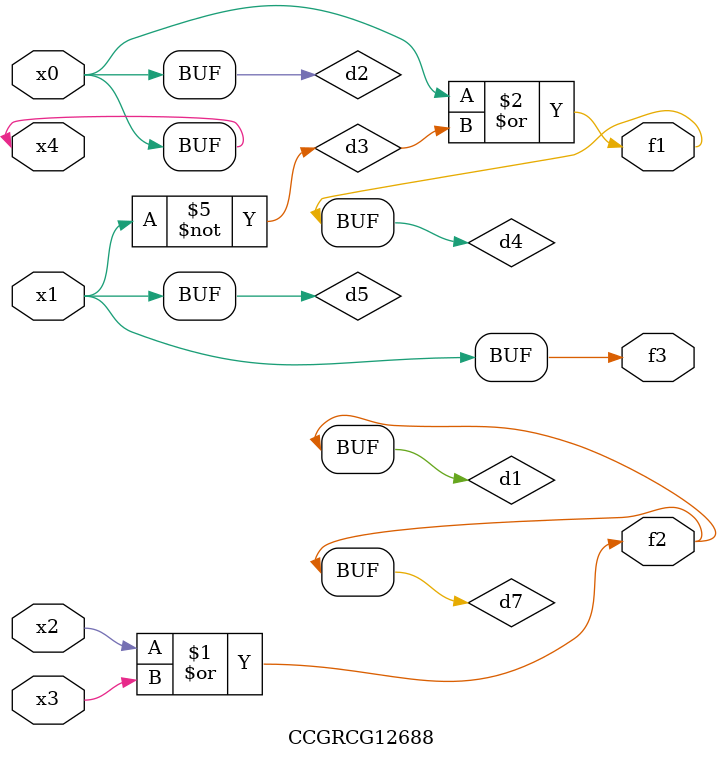
<source format=v>
module CCGRCG12688(
	input x0, x1, x2, x3, x4,
	output f1, f2, f3
);

	wire d1, d2, d3, d4, d5, d6, d7;

	or (d1, x2, x3);
	buf (d2, x0, x4);
	not (d3, x1);
	or (d4, d2, d3);
	not (d5, d3);
	nand (d6, d1, d3);
	or (d7, d1);
	assign f1 = d4;
	assign f2 = d7;
	assign f3 = d5;
endmodule

</source>
